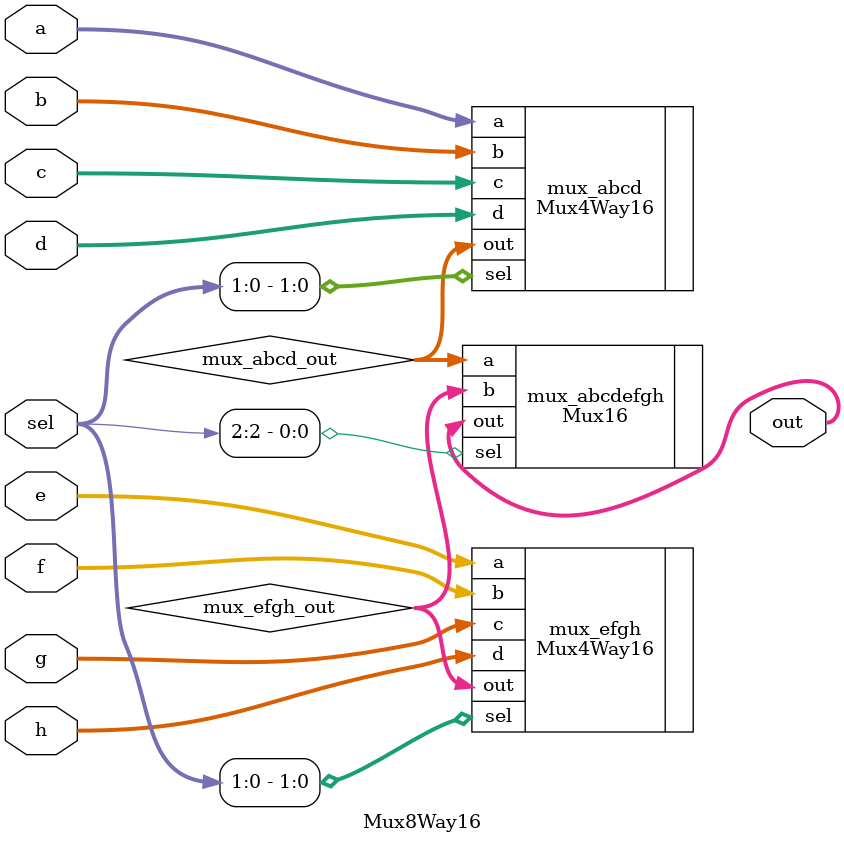
<source format=sv>
module Mux8Way16(
	input logic [msb:lsb] a,
	input logic [msb:lsb] b,
	input logic [msb:lsb] c,
	input logic [msb:lsb] d,
	input logic [msb:lsb] e,
	input logic [msb:lsb] f,
	input logic [msb:lsb] g,
	input logic [msb:lsb] h,
	input logic [2:0] sel,
	output logic [msb:lsb] out
);
	localparam lsb = 0;
	localparam msb = 15;

	logic [msb:lsb] mux_abcd_out;
	Mux4Way16 mux_abcd(
		.a(a),
		.b(b),
		.c(c),
		.d(d),
		.sel(sel[1:0]),
		.out(mux_abcd_out)
	);

	logic [msb:lsb] mux_efgh_out;
	Mux4Way16 mux_efgh(
		.a(e),
		.b(f),
		.c(g),
		.d(h),
		.sel(sel[1:0]),
		.out(mux_efgh_out)
	);

	Mux16 mux_abcdefgh(
		.a(mux_abcd_out),
		.b(mux_efgh_out),
		.sel(sel[2]),
		.out(out)
	);
endmodule

</source>
